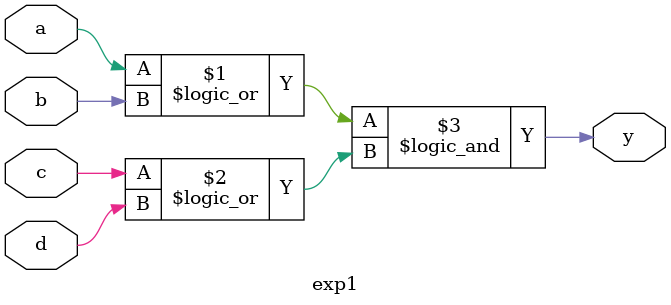
<source format=v>
module exp1(a,b,c,d,y);
    input a,b,c,d;
    output y;
    assign y = (a || b) && (c || d);
endmodule
</source>
